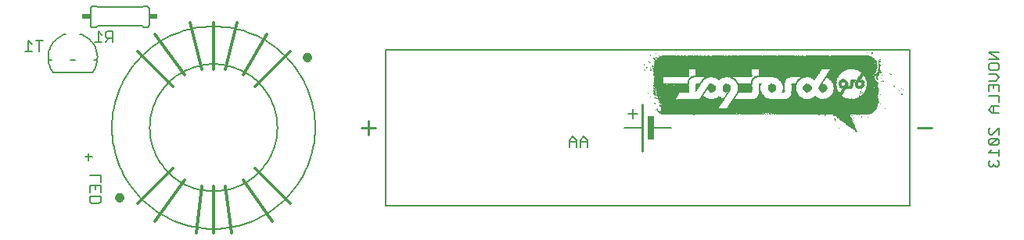
<source format=gbo>
G75*
G70*
%OFA0B0*%
%FSLAX24Y24*%
%IPPOS*%
%LPD*%
%AMOC8*
5,1,8,0,0,1.08239X$1,22.5*
%
%ADD10R,0.0033X0.0017*%
%ADD11R,0.0050X0.0017*%
%ADD12R,0.0050X0.0017*%
%ADD13R,0.0067X0.0017*%
%ADD14R,0.0084X0.0017*%
%ADD15R,0.0117X0.0017*%
%ADD16R,0.0133X0.0017*%
%ADD17R,0.0150X0.0017*%
%ADD18R,0.0150X0.0017*%
%ADD19R,0.0167X0.0017*%
%ADD20R,0.0016X0.0017*%
%ADD21R,0.0217X0.0017*%
%ADD22R,0.0217X0.0017*%
%ADD23R,0.0233X0.0017*%
%ADD24R,0.0250X0.0017*%
%ADD25R,0.0250X0.0017*%
%ADD26R,0.0316X0.0017*%
%ADD27R,0.0317X0.0017*%
%ADD28R,0.0350X0.0017*%
%ADD29R,0.0383X0.0017*%
%ADD30R,0.0400X0.0017*%
%ADD31R,0.0417X0.0017*%
%ADD32R,0.0417X0.0017*%
%ADD33R,0.0433X0.0017*%
%ADD34R,0.0017X0.0017*%
%ADD35R,0.0450X0.0017*%
%ADD36R,0.0017X0.0017*%
%ADD37R,0.0483X0.0017*%
%ADD38R,0.0016X0.0017*%
%ADD39R,0.0500X0.0017*%
%ADD40R,0.0516X0.0017*%
%ADD41R,0.0517X0.0017*%
%ADD42R,0.0533X0.0017*%
%ADD43R,0.0583X0.0017*%
%ADD44R,0.0583X0.0017*%
%ADD45R,0.0600X0.0017*%
%ADD46R,0.0616X0.0017*%
%ADD47R,0.0617X0.0017*%
%ADD48R,0.0034X0.0017*%
%ADD49R,0.0633X0.0017*%
%ADD50R,0.0717X0.0017*%
%ADD51R,0.0716X0.0017*%
%ADD52R,0.0733X0.0017*%
%ADD53R,0.0084X0.0017*%
%ADD54R,0.1683X0.0017*%
%ADD55R,0.0850X0.0017*%
%ADD56R,0.1184X0.0017*%
%ADD57R,0.0083X0.0017*%
%ADD58R,0.0066X0.0017*%
%ADD59R,0.0117X0.0017*%
%ADD60R,0.0100X0.0017*%
%ADD61R,0.0116X0.0017*%
%ADD62R,0.1266X0.0017*%
%ADD63R,0.1417X0.0017*%
%ADD64R,0.1750X0.0017*%
%ADD65R,0.0517X0.0017*%
%ADD66R,0.1483X0.0017*%
%ADD67R,0.0183X0.0017*%
%ADD68R,0.2716X0.0017*%
%ADD69R,0.3816X0.0017*%
%ADD70R,0.0033X0.0017*%
%ADD71R,0.0317X0.0017*%
%ADD72R,0.0167X0.0017*%
%ADD73R,0.3083X0.0017*%
%ADD74R,0.4167X0.0017*%
%ADD75R,0.0034X0.0017*%
%ADD76R,0.0383X0.0017*%
%ADD77R,0.0216X0.0017*%
%ADD78R,0.2750X0.0017*%
%ADD79R,0.4283X0.0017*%
%ADD80R,0.0184X0.0017*%
%ADD81R,0.1116X0.0017*%
%ADD82R,0.1950X0.0017*%
%ADD83R,0.2117X0.0017*%
%ADD84R,0.0184X0.0017*%
%ADD85R,0.0083X0.0017*%
%ADD86R,0.1650X0.0017*%
%ADD87R,0.2650X0.0017*%
%ADD88R,0.1250X0.0017*%
%ADD89R,0.3083X0.0017*%
%ADD90R,0.4633X0.0017*%
%ADD91R,0.4250X0.0017*%
%ADD92R,0.4484X0.0017*%
%ADD93R,0.4584X0.0017*%
%ADD94R,0.9116X0.0017*%
%ADD95R,0.9117X0.0017*%
%ADD96R,0.9117X0.0017*%
%ADD97R,0.9150X0.0017*%
%ADD98R,0.6333X0.0017*%
%ADD99R,0.2767X0.0017*%
%ADD100R,0.6367X0.0017*%
%ADD101R,0.2517X0.0017*%
%ADD102R,0.6617X0.0017*%
%ADD103R,0.2517X0.0017*%
%ADD104R,0.6384X0.0017*%
%ADD105R,0.2466X0.0017*%
%ADD106R,0.2366X0.0017*%
%ADD107R,0.6366X0.0017*%
%ADD108R,0.2467X0.0017*%
%ADD109R,0.6350X0.0017*%
%ADD110R,0.2383X0.0017*%
%ADD111R,0.6383X0.0017*%
%ADD112R,0.2467X0.0017*%
%ADD113R,0.2400X0.0017*%
%ADD114R,0.2417X0.0017*%
%ADD115R,0.6333X0.0017*%
%ADD116R,0.1567X0.0017*%
%ADD117R,0.0817X0.0017*%
%ADD118R,0.2500X0.0017*%
%ADD119R,0.6334X0.0017*%
%ADD120R,0.6317X0.0017*%
%ADD121R,0.2533X0.0017*%
%ADD122R,0.6317X0.0017*%
%ADD123R,0.2550X0.0017*%
%ADD124R,0.6300X0.0017*%
%ADD125R,0.1817X0.0017*%
%ADD126R,0.0783X0.0017*%
%ADD127R,0.6284X0.0017*%
%ADD128R,0.2583X0.0017*%
%ADD129R,0.6284X0.0017*%
%ADD130R,0.2600X0.0017*%
%ADD131R,0.6267X0.0017*%
%ADD132R,0.2583X0.0017*%
%ADD133R,0.6267X0.0017*%
%ADD134R,0.2683X0.0017*%
%ADD135R,0.6250X0.0017*%
%ADD136R,0.2617X0.0017*%
%ADD137R,0.6217X0.0017*%
%ADD138R,0.6200X0.0017*%
%ADD139R,0.2750X0.0017*%
%ADD140R,0.6200X0.0017*%
%ADD141R,0.2717X0.0017*%
%ADD142R,0.6183X0.0017*%
%ADD143R,0.1984X0.0017*%
%ADD144R,0.0716X0.0017*%
%ADD145R,0.1017X0.0017*%
%ADD146R,0.1050X0.0017*%
%ADD147R,0.0784X0.0017*%
%ADD148R,0.0650X0.0017*%
%ADD149R,0.0483X0.0017*%
%ADD150R,0.0950X0.0017*%
%ADD151R,0.0916X0.0017*%
%ADD152R,0.0700X0.0017*%
%ADD153R,0.0584X0.0017*%
%ADD154R,0.0734X0.0017*%
%ADD155R,0.0884X0.0017*%
%ADD156R,0.0816X0.0017*%
%ADD157R,0.0283X0.0017*%
%ADD158R,0.0617X0.0017*%
%ADD159R,0.0684X0.0017*%
%ADD160R,0.0750X0.0017*%
%ADD161R,0.0283X0.0017*%
%ADD162R,0.0683X0.0017*%
%ADD163R,0.0800X0.0017*%
%ADD164R,0.0783X0.0017*%
%ADD165R,0.0350X0.0017*%
%ADD166R,0.0133X0.0017*%
%ADD167R,0.0200X0.0017*%
%ADD168R,0.0734X0.0017*%
%ADD169R,0.0767X0.0017*%
%ADD170R,0.0434X0.0017*%
%ADD171R,0.0300X0.0017*%
%ADD172R,0.0550X0.0017*%
%ADD173R,0.0134X0.0017*%
%ADD174R,0.0766X0.0017*%
%ADD175R,0.0700X0.0017*%
%ADD176R,0.0234X0.0017*%
%ADD177R,0.0066X0.0017*%
%ADD178R,0.0850X0.0017*%
%ADD179R,0.0883X0.0017*%
%ADD180R,0.0684X0.0017*%
%ADD181R,0.0200X0.0017*%
%ADD182R,0.0917X0.0017*%
%ADD183R,0.0650X0.0017*%
%ADD184R,0.0450X0.0017*%
%ADD185R,0.0067X0.0017*%
%ADD186R,0.0917X0.0017*%
%ADD187R,0.0284X0.0017*%
%ADD188R,0.0634X0.0017*%
%ADD189R,0.0267X0.0017*%
%ADD190R,0.0433X0.0017*%
%ADD191R,0.0267X0.0017*%
%ADD192R,0.0950X0.0017*%
%ADD193R,0.1350X0.0017*%
%ADD194R,0.0567X0.0017*%
%ADD195R,0.0166X0.0017*%
%ADD196R,0.0234X0.0017*%
%ADD197R,0.1367X0.0017*%
%ADD198R,0.1384X0.0017*%
%ADD199R,0.0216X0.0017*%
%ADD200R,0.0100X0.0017*%
%ADD201R,0.0634X0.0017*%
%ADD202R,0.1383X0.0017*%
%ADD203R,0.0534X0.0017*%
%ADD204R,0.0266X0.0017*%
%ADD205R,0.1400X0.0017*%
%ADD206R,0.0166X0.0017*%
%ADD207R,0.1384X0.0017*%
%ADD208R,0.0333X0.0017*%
%ADD209R,0.1416X0.0017*%
%ADD210R,0.0316X0.0017*%
%ADD211R,0.0367X0.0017*%
%ADD212R,0.0366X0.0017*%
%ADD213R,0.0500X0.0017*%
%ADD214R,0.0600X0.0017*%
%ADD215R,0.1416X0.0017*%
%ADD216R,0.0384X0.0017*%
%ADD217R,0.0484X0.0017*%
%ADD218R,0.0933X0.0017*%
%ADD219R,0.0333X0.0017*%
%ADD220R,0.0266X0.0017*%
%ADD221R,0.0384X0.0017*%
%ADD222R,0.0367X0.0017*%
%ADD223R,0.0366X0.0017*%
%ADD224R,0.0400X0.0017*%
%ADD225R,0.0900X0.0017*%
%ADD226R,0.0334X0.0017*%
%ADD227R,0.0884X0.0017*%
%ADD228R,0.0334X0.0017*%
%ADD229R,0.0183X0.0017*%
%ADD230R,0.0667X0.0017*%
%ADD231R,0.0833X0.0017*%
%ADD232R,0.0467X0.0017*%
%ADD233R,0.0284X0.0017*%
%ADD234R,0.0300X0.0017*%
%ADD235R,0.0467X0.0017*%
%ADD236R,0.0550X0.0017*%
%ADD237R,0.1484X0.0017*%
%ADD238R,0.0233X0.0017*%
%ADD239R,0.0416X0.0017*%
%ADD240R,0.2683X0.0017*%
%ADD241R,0.1450X0.0017*%
%ADD242R,0.2633X0.0017*%
%ADD243R,0.1467X0.0017*%
%ADD244R,0.2600X0.0017*%
%ADD245R,0.1484X0.0017*%
%ADD246R,0.2434X0.0017*%
%ADD247R,0.2400X0.0017*%
%ADD248R,0.1516X0.0017*%
%ADD249R,0.0566X0.0017*%
%ADD250R,0.1500X0.0017*%
%ADD251R,0.1466X0.0017*%
%ADD252R,0.2550X0.0017*%
%ADD253R,0.2417X0.0017*%
%ADD254R,0.1500X0.0017*%
%ADD255R,0.2567X0.0017*%
%ADD256R,0.1516X0.0017*%
%ADD257R,0.0584X0.0017*%
%ADD258R,0.0683X0.0017*%
%ADD259R,0.2617X0.0017*%
%ADD260R,0.2650X0.0017*%
%ADD261R,0.2667X0.0017*%
%ADD262R,0.1450X0.0017*%
%ADD263R,0.0816X0.0017*%
%ADD264R,0.2667X0.0017*%
%ADD265R,0.0784X0.0017*%
%ADD266R,0.2717X0.0017*%
%ADD267R,0.2450X0.0017*%
%ADD268R,0.1550X0.0017*%
%ADD269R,0.9300X0.0017*%
%ADD270R,0.9317X0.0017*%
%ADD271R,0.9283X0.0017*%
%ADD272R,0.9533X0.0017*%
%ADD273R,0.9483X0.0017*%
%ADD274R,0.9550X0.0017*%
%ADD275R,0.8983X0.0017*%
%ADD276R,0.9517X0.0017*%
%ADD277R,0.9267X0.0017*%
%ADD278R,0.9350X0.0017*%
%ADD279R,0.9367X0.0017*%
%ADD280R,0.9384X0.0017*%
%ADD281R,0.9384X0.0017*%
%ADD282R,0.0516X0.0017*%
%ADD283R,0.8817X0.0017*%
%ADD284R,0.8817X0.0017*%
%ADD285R,0.9450X0.0017*%
%ADD286R,0.8584X0.0017*%
%ADD287R,0.8667X0.0017*%
%ADD288R,0.8584X0.0017*%
%ADD289R,0.0616X0.0017*%
%ADD290R,0.8650X0.0017*%
%ADD291R,0.8950X0.0017*%
%ADD292R,0.9283X0.0017*%
%ADD293R,0.9217X0.0017*%
%ADD294R,0.9183X0.0017*%
%ADD295R,0.3184X0.0017*%
%ADD296R,0.5950X0.0017*%
%ADD297R,0.2584X0.0017*%
%ADD298R,0.6184X0.0017*%
%ADD299R,0.2484X0.0017*%
%ADD300R,0.5183X0.0017*%
%ADD301R,0.1716X0.0017*%
%ADD302R,0.1383X0.0017*%
%ADD303R,0.5750X0.0017*%
%ADD304R,0.1083X0.0017*%
%ADD305R,0.2984X0.0017*%
%ADD306R,0.0717X0.0017*%
%ADD307R,0.1150X0.0017*%
%ADD308R,0.0966X0.0017*%
%ADD309R,0.0984X0.0017*%
%ADD310C,0.0070*%
%ADD311C,0.0050*%
%ADD312C,0.0197*%
%ADD313C,0.0120*%
%ADD314C,0.0060*%
%ADD315R,0.0340X0.0240*%
%ADD316C,0.0100*%
%ADD317R,0.0250X0.1000*%
D10*
X028872Y009065D03*
X028822Y009265D03*
X028772Y009265D03*
X028772Y009315D03*
X028672Y009265D03*
X028622Y009281D03*
X028589Y009615D03*
X031822Y008565D03*
X032139Y008581D03*
X032589Y008581D03*
X033222Y008565D03*
X033339Y008565D03*
X033639Y008565D03*
X035639Y008531D03*
X037439Y008465D03*
X037222Y007815D03*
X037389Y009531D03*
X038172Y010515D03*
X038089Y010581D03*
X037889Y011131D03*
X034839Y011065D03*
X029572Y011065D03*
X028389Y010815D03*
D11*
X028430Y010765D03*
X028530Y010631D03*
X028280Y010565D03*
X028447Y010465D03*
X030063Y010015D03*
X030063Y009981D03*
X030047Y009931D03*
X030047Y009915D03*
X030047Y009881D03*
X030563Y009881D03*
X030663Y010015D03*
X030780Y009565D03*
X030730Y009481D03*
X030713Y009465D03*
X030680Y009415D03*
X030663Y009381D03*
X030380Y009565D03*
X030397Y009615D03*
X031363Y009315D03*
X031597Y009281D03*
X031630Y009315D03*
X031663Y009381D03*
X031697Y009415D03*
X031730Y009481D03*
X032030Y009281D03*
X032130Y009915D03*
X032063Y010015D03*
X032730Y009881D03*
X032747Y009931D03*
X032747Y009965D03*
X032763Y009981D03*
X034663Y009915D03*
X035730Y009881D03*
X035797Y009981D03*
X035863Y010081D03*
X037363Y010881D03*
X037597Y011015D03*
X037830Y011015D03*
X037880Y011165D03*
X037897Y011181D03*
X038197Y010715D03*
X038197Y010681D03*
X038197Y010631D03*
X038197Y010615D03*
X038197Y010581D03*
X038180Y010531D03*
X038263Y010381D03*
X037997Y010515D03*
X037930Y010515D03*
X037980Y010265D03*
X037980Y010231D03*
X038097Y010115D03*
X038097Y010081D03*
X038113Y010065D03*
X038363Y009981D03*
X038680Y010265D03*
X037913Y009731D03*
X039163Y009415D03*
X038163Y009081D03*
X036313Y008331D03*
X037213Y007831D03*
X033963Y008581D03*
X033897Y008581D03*
X033830Y008581D03*
X033513Y008565D03*
X033313Y008665D03*
X033147Y008565D03*
X033130Y008581D03*
X032847Y008565D03*
X032663Y008581D03*
X032580Y008565D03*
X032513Y008565D03*
X032197Y008581D03*
X032030Y008615D03*
X028863Y009081D03*
X028863Y009115D03*
X028680Y009231D03*
X028613Y009265D03*
X028630Y009415D03*
X028613Y009531D03*
X028830Y008681D03*
X035447Y009331D03*
X034897Y011015D03*
X036147Y011065D03*
X031747Y011065D03*
X030880Y011065D03*
X030547Y011065D03*
X030380Y011065D03*
X030313Y011065D03*
X029747Y011065D03*
X028697Y010981D03*
D12*
X028597Y010948D03*
X028463Y010448D03*
X030047Y009898D03*
X030380Y009598D03*
X030697Y009448D03*
X030763Y009548D03*
X031613Y009298D03*
X031680Y009398D03*
X031747Y009498D03*
X032130Y009448D03*
X032063Y009348D03*
X031997Y009248D03*
X031363Y010048D03*
X032747Y009948D03*
X035430Y010048D03*
X035763Y009948D03*
X037980Y010198D03*
X038263Y010348D03*
X038197Y010448D03*
X038197Y010598D03*
X038197Y010698D03*
X038063Y010748D03*
X037363Y010848D03*
X034830Y011048D03*
X034763Y011048D03*
X030797Y011048D03*
X029113Y009698D03*
X028647Y009598D03*
X028597Y009548D03*
X028630Y009448D03*
X028647Y009398D03*
X028780Y009298D03*
X028963Y008948D03*
X028747Y008698D03*
X028830Y008648D03*
X028913Y008598D03*
X033280Y008598D03*
X033297Y008648D03*
X035630Y008548D03*
X036280Y008498D03*
X037197Y007848D03*
D13*
X037189Y007865D03*
X035889Y008531D03*
X033272Y008681D03*
X031739Y008565D03*
X031639Y009331D03*
X032089Y009381D03*
X032139Y009465D03*
X033089Y009681D03*
X033089Y009715D03*
X032739Y009915D03*
X032772Y010015D03*
X032772Y010031D03*
X032122Y009931D03*
X032089Y009981D03*
X030789Y009581D03*
X030589Y009915D03*
X030639Y009981D03*
X028622Y009631D03*
X028922Y008881D03*
X034672Y009931D03*
X035789Y009965D03*
X035822Y010015D03*
X035889Y010115D03*
X037439Y010031D03*
X038189Y010481D03*
X038189Y010565D03*
X028622Y010915D03*
X028589Y010965D03*
D14*
X030080Y010031D03*
X030630Y009965D03*
X031730Y009465D03*
X032080Y009365D03*
X032130Y009431D03*
X031980Y009215D03*
X032930Y008565D03*
X034130Y009631D03*
X034130Y009665D03*
X034130Y009731D03*
X035430Y010065D03*
X035830Y010031D03*
X035730Y009865D03*
X038180Y010381D03*
X038180Y010415D03*
X034980Y011015D03*
X028630Y009465D03*
X028630Y009431D03*
X028880Y008615D03*
X037180Y007881D03*
D15*
X037147Y007898D03*
X035447Y009298D03*
X036314Y009698D03*
X036297Y009748D03*
X036797Y009848D03*
X037014Y009898D03*
X037014Y009798D03*
X037447Y009998D03*
X037497Y009848D03*
X038097Y010248D03*
X037647Y010998D03*
X033597Y009848D03*
X033114Y009498D03*
X032897Y010148D03*
X030747Y010098D03*
X030414Y009698D03*
D16*
X033122Y009481D03*
X033122Y009465D03*
X034089Y009915D03*
X036289Y009865D03*
X036289Y009831D03*
X036322Y009681D03*
X036322Y009665D03*
X036522Y009881D03*
X036789Y009815D03*
X037222Y009815D03*
X037222Y009831D03*
X037222Y009881D03*
X037489Y009815D03*
X037139Y007915D03*
D17*
X037130Y007931D03*
X033530Y008665D03*
X032480Y008581D03*
X030647Y009315D03*
X030430Y009731D03*
X030447Y009781D03*
X031897Y010131D03*
X033130Y009431D03*
X034897Y010131D03*
X036280Y009881D03*
X036530Y009915D03*
X036547Y009781D03*
X036563Y009731D03*
X036697Y009665D03*
X036713Y009681D03*
X036730Y009715D03*
X036763Y009765D03*
X036780Y009781D03*
X036797Y009831D03*
X036780Y009915D03*
X037230Y009931D03*
X037263Y009965D03*
X037280Y009981D03*
X037280Y010015D03*
X037297Y010031D03*
X037330Y010065D03*
X037347Y010081D03*
X037363Y010131D03*
X037413Y010215D03*
X037430Y010231D03*
X037447Y009981D03*
X037480Y009915D03*
X037497Y009865D03*
X037497Y009831D03*
X037363Y009665D03*
X038030Y009731D03*
X038047Y009715D03*
X038047Y009581D03*
X036663Y009615D03*
X036647Y009581D03*
X036630Y009565D03*
X036580Y009481D03*
X036330Y009631D03*
X035447Y009281D03*
X038030Y010665D03*
X031963Y011065D03*
X028863Y008631D03*
D18*
X030447Y009748D03*
X031047Y009848D03*
X030847Y010148D03*
X030213Y010148D03*
X031680Y009848D03*
X031880Y010148D03*
X034080Y009948D03*
X034097Y009898D03*
X035113Y009848D03*
X036297Y009798D03*
X036313Y009648D03*
X036530Y009798D03*
X036680Y009648D03*
X036747Y009748D03*
X036797Y009898D03*
X036647Y010048D03*
X037230Y009898D03*
X037247Y009948D03*
X037313Y010048D03*
X037380Y010148D03*
X037447Y010248D03*
X038130Y010298D03*
X037497Y009898D03*
X037230Y009798D03*
X036613Y009548D03*
X038030Y009498D03*
X038047Y009698D03*
X038047Y009748D03*
X037513Y010848D03*
X036180Y011048D03*
X034080Y011048D03*
X033913Y011048D03*
X033413Y008648D03*
X037113Y007948D03*
D19*
X037089Y007965D03*
X037089Y007981D03*
X036322Y009615D03*
X036739Y009731D03*
X036272Y009915D03*
X037389Y010165D03*
X037472Y009931D03*
X038039Y009631D03*
X034089Y009931D03*
X030439Y009765D03*
D20*
X030380Y009581D03*
X030980Y009515D03*
X031080Y009515D03*
X031680Y009515D03*
X031030Y009865D03*
X029180Y009815D03*
X028580Y009915D03*
X028580Y009581D03*
X028630Y009565D03*
X028680Y009281D03*
X028780Y009281D03*
X028830Y009065D03*
X028880Y009015D03*
X028630Y009031D03*
X028780Y008681D03*
X032080Y008615D03*
X032080Y008581D03*
X032180Y008615D03*
X032230Y008565D03*
X032430Y008565D03*
X033580Y008581D03*
X033630Y008665D03*
X035880Y008515D03*
X036330Y008365D03*
X036480Y007981D03*
X037730Y008431D03*
X037080Y009215D03*
X037030Y009231D03*
X037430Y009465D03*
X037480Y009481D03*
X037430Y009531D03*
X036930Y009665D03*
X036830Y009665D03*
X036580Y009681D03*
X037130Y009931D03*
X036630Y010065D03*
X037180Y010481D03*
X037330Y010865D03*
X037780Y011015D03*
X037580Y011081D03*
X037480Y011081D03*
X037380Y011081D03*
X037280Y011081D03*
X036380Y011081D03*
X036280Y011081D03*
X036180Y011081D03*
X036030Y011065D03*
X035580Y011081D03*
X035180Y011081D03*
X034280Y011081D03*
X033980Y011081D03*
X032130Y011065D03*
X031830Y011065D03*
X030630Y011065D03*
X030230Y011065D03*
X030130Y011065D03*
X029930Y011065D03*
X029830Y011065D03*
X029630Y011065D03*
X029530Y011065D03*
X028830Y011065D03*
X028680Y011181D03*
X028580Y010981D03*
X028180Y010681D03*
X028580Y010281D03*
X033580Y009515D03*
X033630Y009865D03*
X035080Y009515D03*
X035780Y009515D03*
X035130Y009865D03*
X035430Y010031D03*
X037980Y010281D03*
X038030Y010331D03*
X038080Y010315D03*
X038180Y010281D03*
X038330Y010231D03*
X038680Y010281D03*
X038830Y009765D03*
D21*
X037064Y009998D03*
X035114Y009548D03*
X034547Y009548D03*
X034547Y009798D03*
X033614Y009548D03*
X031364Y010098D03*
X031047Y009548D03*
X033897Y008598D03*
X037064Y007998D03*
D22*
X037047Y008015D03*
X034547Y009565D03*
X034547Y009581D03*
X034547Y009781D03*
X034547Y009815D03*
X034564Y009865D03*
X036247Y009981D03*
X036264Y009965D03*
X036664Y010031D03*
X037097Y010031D03*
X036964Y009731D03*
X036947Y009715D03*
X031697Y009831D03*
X031697Y009531D03*
X031364Y009265D03*
X030464Y009831D03*
X029314Y009815D03*
D23*
X030472Y009865D03*
X035122Y009815D03*
X035772Y009831D03*
X036339Y009515D03*
X037039Y008031D03*
D24*
X037030Y008048D03*
X032713Y008598D03*
X032247Y008598D03*
X031547Y008798D03*
X031363Y009248D03*
X031697Y009548D03*
X036247Y009998D03*
X036347Y009498D03*
D25*
X035780Y009565D03*
X035113Y009565D03*
X035447Y009265D03*
X034563Y009481D03*
X033597Y009815D03*
X034063Y010015D03*
X035380Y010131D03*
X035780Y009815D03*
X036663Y010015D03*
X034730Y011015D03*
X031697Y009815D03*
X031363Y010115D03*
X031030Y009815D03*
X033147Y009365D03*
X032963Y008581D03*
X031980Y008631D03*
X036997Y008081D03*
X037013Y008065D03*
D26*
X036980Y008098D03*
X036930Y008148D03*
X034580Y009398D03*
X035780Y009598D03*
X036230Y010048D03*
X031680Y009598D03*
D27*
X031697Y009615D03*
X031697Y009781D03*
X033614Y009765D03*
X034597Y009381D03*
X035114Y009765D03*
X037797Y009715D03*
X036947Y008131D03*
X036964Y008115D03*
X029264Y009781D03*
D28*
X031030Y009731D03*
X031680Y009715D03*
X031697Y009731D03*
X031680Y009681D03*
X031697Y009665D03*
X031697Y009631D03*
X031363Y010131D03*
X033613Y009731D03*
X033613Y009715D03*
X033613Y009681D03*
X033613Y009615D03*
X034597Y009365D03*
X035113Y009681D03*
X035113Y009715D03*
X035780Y009715D03*
X035780Y009731D03*
X035780Y009681D03*
X035780Y009631D03*
X036213Y010081D03*
X036230Y010065D03*
X037780Y010115D03*
X037780Y009581D03*
X034063Y010065D03*
X032380Y008615D03*
X036913Y008181D03*
X036930Y008165D03*
D29*
X036897Y008198D03*
X034597Y009348D03*
X037747Y009498D03*
X037747Y010198D03*
D30*
X037772Y010165D03*
X036872Y008215D03*
X031022Y009681D03*
X028772Y009931D03*
X028772Y009981D03*
X028772Y010015D03*
D31*
X030997Y009631D03*
X031014Y009665D03*
X033164Y009265D03*
X034597Y009331D03*
X036864Y008231D03*
X037864Y009965D03*
X037847Y009981D03*
D32*
X036197Y010098D03*
X031014Y009648D03*
X036847Y008248D03*
D33*
X036839Y008265D03*
X036189Y010115D03*
D34*
X036664Y010065D03*
X036697Y010065D03*
X037097Y009931D03*
X036914Y009781D03*
X036897Y009665D03*
X036864Y009665D03*
X036964Y009665D03*
X037014Y009681D03*
X036647Y009781D03*
X036597Y009665D03*
X035814Y009515D03*
X035747Y009515D03*
X035147Y009515D03*
X035114Y009515D03*
X035097Y009865D03*
X035797Y009865D03*
X035897Y009231D03*
X035214Y009215D03*
X035047Y009215D03*
X033647Y009515D03*
X033614Y009515D03*
X033597Y009865D03*
X033014Y010215D03*
X031697Y009865D03*
X031664Y009865D03*
X031364Y010031D03*
X031564Y010131D03*
X031164Y010131D03*
X030897Y010131D03*
X030997Y009865D03*
X031064Y009865D03*
X031047Y009515D03*
X031014Y009515D03*
X030364Y009531D03*
X031364Y009331D03*
X031647Y009515D03*
X033514Y009215D03*
X033514Y008615D03*
X033547Y008615D03*
X033547Y008581D03*
X033564Y008565D03*
X033647Y008581D03*
X033714Y008581D03*
X033764Y008565D03*
X033964Y008565D03*
X033464Y008565D03*
X033414Y008615D03*
X033347Y008581D03*
X033314Y008615D03*
X033297Y008565D03*
X033247Y008581D03*
X032664Y008565D03*
X032397Y008565D03*
X032147Y008615D03*
X031914Y008581D03*
X031897Y008565D03*
X031864Y008565D03*
X031847Y008615D03*
X029514Y009215D03*
X028864Y008965D03*
X028847Y008915D03*
X028764Y008731D03*
X028747Y008715D03*
X028814Y008715D03*
X028914Y008581D03*
X028947Y008581D03*
X028964Y008565D03*
X028647Y009015D03*
X028664Y009031D03*
X028764Y009231D03*
X028814Y009281D03*
X028764Y009331D03*
X028697Y009331D03*
X028647Y009381D03*
X028697Y009465D03*
X028647Y009581D03*
X028614Y009581D03*
X028597Y009565D03*
X028647Y009615D03*
X028364Y009465D03*
X029114Y009681D03*
X028197Y010465D03*
X028297Y010531D03*
X028464Y010531D03*
X028547Y010615D03*
X028614Y010815D03*
X028647Y010881D03*
X028397Y010831D03*
X028447Y011081D03*
X028697Y011165D03*
X028947Y011081D03*
X029497Y011065D03*
X029664Y011065D03*
X029697Y011065D03*
X029797Y011065D03*
X029897Y011065D03*
X029964Y011065D03*
X030064Y011065D03*
X030097Y011065D03*
X030164Y011065D03*
X030197Y011065D03*
X030264Y011065D03*
X030464Y011065D03*
X030497Y011065D03*
X030697Y011065D03*
X030747Y011081D03*
X030964Y011065D03*
X031864Y011065D03*
X032064Y011065D03*
X032097Y011065D03*
X032164Y011065D03*
X032314Y011081D03*
X032414Y011081D03*
X033197Y011065D03*
X033947Y011081D03*
X034247Y011081D03*
X034597Y011065D03*
X034697Y011065D03*
X034764Y011065D03*
X034797Y011065D03*
X035214Y011081D03*
X035247Y011081D03*
X035514Y011081D03*
X035547Y011081D03*
X036064Y011065D03*
X036247Y011081D03*
X036347Y011081D03*
X037214Y011081D03*
X037247Y011081D03*
X037314Y011081D03*
X037347Y011081D03*
X037414Y011081D03*
X037447Y011081D03*
X037514Y011081D03*
X037547Y011081D03*
X037547Y011015D03*
X037614Y011081D03*
X037647Y011081D03*
X037647Y011015D03*
X037764Y011065D03*
X037864Y011031D03*
X038047Y010881D03*
X038197Y010865D03*
X038197Y010831D03*
X038197Y010765D03*
X038197Y010731D03*
X038214Y010915D03*
X037914Y011215D03*
X037414Y010881D03*
X037397Y010865D03*
X037364Y010865D03*
X036797Y010465D03*
X037364Y009931D03*
X038097Y009965D03*
X038297Y009965D03*
X038164Y009681D03*
X038164Y009665D03*
X038164Y009631D03*
X038147Y009581D03*
X038164Y009531D03*
X038164Y009515D03*
X038164Y009465D03*
X038164Y009231D03*
X038164Y009181D03*
X038164Y009165D03*
X038164Y009131D03*
X038164Y009065D03*
X038164Y009031D03*
X036897Y009231D03*
X036864Y009231D03*
X037364Y009365D03*
X037397Y009431D03*
X037414Y009515D03*
X037497Y009465D03*
X038864Y009765D03*
X039047Y009581D03*
X039164Y009665D03*
X038264Y010331D03*
X038064Y010365D03*
X037764Y008565D03*
X037364Y008531D03*
X037014Y008515D03*
X036364Y008265D03*
X036314Y008315D03*
X036297Y008365D03*
D35*
X036830Y008281D03*
X035463Y009215D03*
X036363Y009381D03*
X036397Y009415D03*
X036413Y009431D03*
X036413Y009465D03*
X037880Y009765D03*
X037880Y009831D03*
X037880Y009915D03*
X037880Y009931D03*
X031380Y009231D03*
X030730Y009215D03*
X028930Y009481D03*
D36*
X028597Y009598D03*
X028597Y009698D03*
X028464Y009298D03*
X028797Y009198D03*
X028847Y008948D03*
X028914Y008848D03*
X028947Y008848D03*
X028764Y008798D03*
X028697Y008748D03*
X028864Y008598D03*
X028914Y008648D03*
X030314Y008548D03*
X029564Y009198D03*
X031214Y009248D03*
X031514Y009248D03*
X032764Y009498D03*
X031614Y010148D03*
X031114Y010148D03*
X030947Y010148D03*
X030747Y010148D03*
X030297Y010498D03*
X030264Y010498D03*
X030197Y010498D03*
X030164Y010498D03*
X028697Y010998D03*
X028397Y010798D03*
X028514Y010648D03*
X028547Y010548D03*
X028214Y010448D03*
X028197Y010698D03*
X030747Y011048D03*
X032797Y010498D03*
X032864Y010498D03*
X032897Y010498D03*
X032964Y010498D03*
X032997Y010498D03*
X035047Y010148D03*
X035214Y010148D03*
X035797Y010498D03*
X035864Y010498D03*
X035897Y010498D03*
X035964Y010498D03*
X035997Y010498D03*
X037064Y010498D03*
X037447Y010748D03*
X037414Y010848D03*
X037814Y011048D03*
X037697Y011198D03*
X038197Y010798D03*
X038197Y010748D03*
X038147Y010448D03*
X038114Y010348D03*
X038197Y010248D03*
X038264Y010398D03*
X038664Y010298D03*
X038297Y010098D03*
X038364Y009998D03*
X038164Y009898D03*
X038114Y010048D03*
X037997Y010098D03*
X037147Y010048D03*
X037114Y010048D03*
X037047Y010048D03*
X038164Y009698D03*
X038164Y009598D03*
X038164Y009548D03*
X038164Y009498D03*
X038164Y009398D03*
X038264Y009398D03*
X038164Y009298D03*
X038164Y009198D03*
X038164Y009148D03*
X038164Y009098D03*
X038164Y009048D03*
X038264Y008998D03*
X038464Y008798D03*
X037714Y008448D03*
X037447Y008448D03*
X037247Y008548D03*
X037097Y008298D03*
X036314Y008348D03*
X033664Y008598D03*
X037347Y009348D03*
X037497Y009498D03*
X037464Y009598D03*
X038847Y009748D03*
X039147Y009448D03*
D37*
X036364Y009348D03*
X034597Y009298D03*
X036797Y008298D03*
D38*
X037130Y008398D03*
X036330Y008298D03*
X033330Y008598D03*
X033230Y008598D03*
X030280Y008548D03*
X028880Y008948D03*
X028830Y008698D03*
X028780Y009248D03*
X028580Y009448D03*
X030230Y010198D03*
X030230Y010498D03*
X030130Y010498D03*
X028580Y010448D03*
X028530Y010598D03*
X028880Y011048D03*
X031780Y010148D03*
X032830Y010498D03*
X032930Y010498D03*
X033030Y010498D03*
X032930Y010198D03*
X032980Y010148D03*
X033680Y009848D03*
X034380Y010148D03*
X035830Y010498D03*
X035930Y010498D03*
X036030Y010498D03*
X036930Y010498D03*
X037980Y010248D03*
X038080Y009948D03*
X038130Y009898D03*
X037930Y009598D03*
X037180Y010048D03*
X037080Y010048D03*
X039230Y009598D03*
X038080Y010848D03*
X037880Y011148D03*
X034980Y011048D03*
D39*
X037905Y009881D03*
X037872Y009665D03*
X034605Y009281D03*
X036788Y008315D03*
X029422Y009481D03*
D40*
X028830Y009681D03*
X028830Y009781D03*
X036780Y008331D03*
X037830Y010615D03*
D41*
X033164Y009248D03*
X036764Y008348D03*
D42*
X036739Y008365D03*
X036739Y008381D03*
X036189Y010215D03*
D43*
X036247Y010298D03*
X036297Y010348D03*
X036714Y008398D03*
D44*
X036697Y008415D03*
X036364Y009315D03*
X034614Y009265D03*
X034047Y010131D03*
X036264Y010315D03*
X036314Y010365D03*
X037714Y010331D03*
X028864Y009815D03*
D45*
X032455Y009781D03*
X032472Y009715D03*
X032472Y009681D03*
X032472Y009615D03*
X036688Y008431D03*
X037822Y009465D03*
D46*
X036680Y008448D03*
X032430Y009498D03*
D47*
X032447Y009515D03*
X032464Y009565D03*
X032464Y009581D03*
X032464Y009631D03*
X032464Y009665D03*
X032464Y009731D03*
X032464Y009765D03*
X032447Y009815D03*
X029764Y009815D03*
X036647Y008481D03*
X036664Y008465D03*
X037747Y010815D03*
D48*
X038205Y010848D03*
X038205Y010898D03*
X038205Y010648D03*
X039155Y009398D03*
X037005Y008498D03*
D49*
X036639Y008498D03*
X036339Y010398D03*
D50*
X036464Y010481D03*
X037697Y010415D03*
X034214Y011065D03*
X037747Y009331D03*
X036597Y008515D03*
X029197Y009281D03*
D51*
X029130Y009215D03*
X036580Y008531D03*
D52*
X036572Y008548D03*
D53*
X035880Y008548D03*
X033730Y008598D03*
X032030Y009298D03*
X031580Y009248D03*
X030730Y009498D03*
X032030Y010048D03*
X032080Y009998D03*
X032830Y010098D03*
X034130Y009698D03*
X034730Y009998D03*
X037280Y010848D03*
X038030Y010498D03*
X030130Y010098D03*
X028630Y009498D03*
X028630Y010898D03*
D54*
X036897Y008565D03*
D55*
X035613Y008565D03*
X037680Y009265D03*
X037630Y010481D03*
D56*
X034580Y008565D03*
D57*
X033864Y008565D03*
X033397Y008665D03*
X031964Y008565D03*
X031997Y009231D03*
X032047Y009315D03*
X032064Y009331D03*
X032114Y009415D03*
X032147Y009481D03*
X031747Y009515D03*
X031697Y009431D03*
X031664Y009365D03*
X031597Y009265D03*
X030814Y009615D03*
X030747Y009515D03*
X030697Y009431D03*
X030664Y009365D03*
X030397Y009631D03*
X030414Y009681D03*
X030597Y009931D03*
X030147Y010115D03*
X030114Y010081D03*
X030097Y010065D03*
X031364Y010065D03*
X032097Y009965D03*
X032797Y010065D03*
X032814Y010081D03*
X032847Y010115D03*
X033097Y009781D03*
X033097Y009765D03*
X033097Y009731D03*
X033097Y009665D03*
X033097Y009631D03*
X033097Y009615D03*
X034114Y009615D03*
X034114Y009581D03*
X034114Y009681D03*
X034114Y009715D03*
X034114Y009765D03*
X034114Y009781D03*
X034114Y009815D03*
X034697Y009965D03*
X034714Y009981D03*
X034747Y010015D03*
X034814Y010081D03*
X035764Y009931D03*
X037447Y010015D03*
X038097Y010131D03*
X038097Y010165D03*
X038097Y010181D03*
X038164Y010365D03*
X038164Y010465D03*
X038047Y010715D03*
X037714Y011015D03*
X035447Y009315D03*
X031664Y011065D03*
X028614Y009515D03*
D58*
X030055Y009965D03*
X030755Y009531D03*
X032005Y009265D03*
X032155Y009881D03*
X034655Y009881D03*
X035755Y009915D03*
X035855Y010065D03*
X038055Y010731D03*
X038255Y010365D03*
X039155Y009431D03*
X033705Y008565D03*
X028705Y008765D03*
X028605Y010931D03*
X030755Y011065D03*
D59*
X030814Y010131D03*
X030797Y010115D03*
X030714Y010065D03*
X030414Y009665D03*
X032014Y010065D03*
X033114Y009865D03*
X034097Y009865D03*
X034097Y009881D03*
X034114Y009565D03*
X034097Y009515D03*
X034747Y010031D03*
X034864Y010115D03*
X036297Y009815D03*
X036297Y009781D03*
X036314Y009731D03*
X036514Y009831D03*
X036514Y009865D03*
X036564Y009715D03*
X036797Y009881D03*
X037014Y009865D03*
X037014Y009831D03*
X036997Y009781D03*
X037014Y009931D03*
X037214Y009865D03*
X037497Y009881D03*
X038097Y010281D03*
X038147Y010331D03*
X034647Y011031D03*
X028914Y008931D03*
X028814Y008665D03*
X029014Y008631D03*
X031997Y008581D03*
X032764Y008581D03*
X033047Y008565D03*
X033547Y008631D03*
D60*
X032755Y008565D03*
X032322Y008565D03*
X033105Y009515D03*
X033105Y009531D03*
X033105Y009565D03*
X033105Y009581D03*
X033105Y009815D03*
X033105Y009831D03*
X034105Y009831D03*
X034105Y009531D03*
X035422Y010081D03*
X037005Y009915D03*
X037005Y009881D03*
X037005Y009815D03*
X038088Y010231D03*
X038105Y010215D03*
X038088Y010265D03*
X038155Y010315D03*
X032055Y010031D03*
X031988Y010081D03*
X030738Y010081D03*
X030672Y010031D03*
X028622Y009481D03*
X028922Y008915D03*
X029005Y008615D03*
D61*
X031930Y008615D03*
X032080Y008565D03*
X032330Y008581D03*
X030430Y009715D03*
X030180Y010131D03*
X031930Y010115D03*
X032880Y010131D03*
X034780Y010065D03*
X036530Y009815D03*
X037230Y009915D03*
X038180Y010431D03*
X038030Y010681D03*
D62*
X031055Y008565D03*
D63*
X029697Y008565D03*
D64*
X036913Y008581D03*
D65*
X035764Y008581D03*
X037864Y009615D03*
X028847Y009665D03*
D66*
X029347Y010215D03*
X034747Y008581D03*
D67*
X035114Y009531D03*
X036547Y009931D03*
X036747Y009931D03*
X037264Y009781D03*
X037364Y009681D03*
X037464Y009781D03*
X037447Y009965D03*
X035397Y010115D03*
X033614Y009531D03*
X031364Y009281D03*
X031047Y009531D03*
X030464Y009815D03*
X029214Y009665D03*
X031797Y008581D03*
D68*
X030330Y008581D03*
X030180Y009131D03*
D69*
X035930Y008598D03*
D70*
X033622Y008598D03*
X033539Y008598D03*
X032089Y008598D03*
X028872Y009048D03*
X028672Y009248D03*
X028272Y010548D03*
X028439Y011098D03*
X028839Y011048D03*
X034889Y011048D03*
X037889Y011198D03*
X038172Y009648D03*
D71*
X037797Y009748D03*
X037747Y009598D03*
X035114Y009598D03*
X034064Y010048D03*
X033614Y009598D03*
X031047Y009598D03*
X030697Y009248D03*
X033014Y008598D03*
D72*
X032472Y008598D03*
X036322Y009598D03*
X036589Y009498D03*
X036722Y009698D03*
X036789Y009798D03*
X036572Y009748D03*
X037289Y009998D03*
X037472Y009798D03*
X038039Y009598D03*
D73*
X030497Y008598D03*
D74*
X035772Y008615D03*
D75*
X037355Y009331D03*
X038155Y009115D03*
X038155Y009565D03*
X038055Y010515D03*
X038205Y010665D03*
X038205Y010815D03*
X034905Y011065D03*
X034655Y011065D03*
X028705Y010965D03*
X028455Y010431D03*
X028805Y009181D03*
X033205Y008681D03*
X033655Y008615D03*
D76*
X032997Y008615D03*
X033164Y009281D03*
X035447Y009231D03*
X037347Y009765D03*
X037797Y010081D03*
X037814Y010065D03*
X037764Y010181D03*
X030714Y009231D03*
D77*
X030680Y009281D03*
X031030Y009831D03*
X032680Y008615D03*
X036330Y009531D03*
X036330Y009565D03*
X037080Y010015D03*
D78*
X030463Y008631D03*
X030447Y008615D03*
D79*
X035764Y008631D03*
X035797Y008665D03*
D80*
X033380Y008631D03*
X033130Y009415D03*
X034080Y009965D03*
X035780Y009531D03*
X036330Y009581D03*
X036680Y009631D03*
X036280Y009931D03*
X037980Y010531D03*
X037330Y010815D03*
D81*
X032680Y008631D03*
D82*
X036947Y008648D03*
D83*
X034897Y008648D03*
D84*
X033730Y008648D03*
X036280Y009898D03*
X034930Y010148D03*
X037980Y010548D03*
X038030Y009548D03*
D85*
X038097Y010098D03*
X038097Y010148D03*
X038097Y010198D03*
X037864Y010998D03*
X037764Y010998D03*
X034664Y009898D03*
X034114Y009748D03*
X034114Y009648D03*
X034114Y009548D03*
X034097Y009498D03*
X033097Y009598D03*
X033097Y009698D03*
X033097Y009798D03*
X032764Y009998D03*
X032097Y009398D03*
X031714Y009448D03*
X030797Y009598D03*
X030414Y009648D03*
X030614Y009948D03*
X030064Y009998D03*
X028614Y009648D03*
X030647Y009348D03*
X033547Y008648D03*
D86*
X032430Y008648D03*
D87*
X030263Y008648D03*
D88*
X032647Y008665D03*
D89*
X030464Y008665D03*
D90*
X035639Y008681D03*
D91*
X031030Y008681D03*
D92*
X035730Y008698D03*
D93*
X031180Y008698D03*
D94*
X033430Y008715D03*
D95*
X033447Y008731D03*
D96*
X033464Y008748D03*
D97*
X033463Y008765D03*
D98*
X034872Y008781D03*
X034939Y008965D03*
D99*
X030272Y008781D03*
X030172Y009165D03*
D100*
X034872Y008798D03*
X034889Y008848D03*
D101*
X031514Y010198D03*
X030147Y008798D03*
D102*
X034747Y008815D03*
D103*
X034297Y010215D03*
X034314Y010231D03*
X030164Y008981D03*
X030147Y008815D03*
D104*
X034880Y008831D03*
D105*
X030105Y008831D03*
D106*
X030155Y008848D03*
D107*
X034905Y008865D03*
D108*
X030122Y008865D03*
D109*
X034913Y008881D03*
X034913Y008915D03*
X034930Y008931D03*
D110*
X030164Y008881D03*
D111*
X034914Y008898D03*
D112*
X030139Y008898D03*
D113*
X030188Y008915D03*
D114*
X030197Y008931D03*
X031564Y010231D03*
X031564Y010265D03*
X031564Y010281D03*
X031564Y010315D03*
X031564Y010331D03*
X031564Y010365D03*
X031564Y010381D03*
X031564Y010415D03*
X031564Y010431D03*
X031564Y010465D03*
X031564Y010481D03*
D115*
X034939Y008948D03*
D116*
X030622Y008948D03*
D117*
X029414Y008948D03*
D118*
X030172Y008965D03*
D119*
X034955Y008981D03*
D120*
X034947Y008998D03*
D121*
X034322Y010248D03*
X030172Y008998D03*
D122*
X034964Y009015D03*
D123*
X031480Y010181D03*
X034330Y010265D03*
X034330Y010281D03*
X030180Y009015D03*
D124*
X034972Y009031D03*
D125*
X030564Y009031D03*
D126*
X029247Y009031D03*
D127*
X034980Y009048D03*
D128*
X030197Y009048D03*
D129*
X034980Y009065D03*
D130*
X034355Y010381D03*
X030205Y009065D03*
D131*
X034989Y009081D03*
D132*
X034347Y010331D03*
X030197Y009081D03*
D133*
X034989Y009098D03*
D134*
X030164Y009098D03*
D135*
X034997Y009115D03*
D136*
X031464Y010165D03*
X030214Y009115D03*
X034364Y010365D03*
D137*
X034997Y009131D03*
D138*
X035005Y009148D03*
D139*
X030180Y009148D03*
D140*
X035005Y009165D03*
X035022Y009181D03*
D141*
X030197Y009181D03*
D142*
X035014Y009198D03*
D143*
X030580Y009198D03*
D144*
X029180Y009198D03*
D145*
X037614Y009215D03*
D146*
X036397Y009215D03*
D147*
X034630Y009215D03*
X037680Y010431D03*
D148*
X037713Y010365D03*
X037763Y010781D03*
X036380Y010431D03*
X036363Y010415D03*
X037797Y009415D03*
X036363Y009281D03*
X033163Y009215D03*
X032447Y009831D03*
X032447Y009865D03*
X029747Y009765D03*
D149*
X031347Y009215D03*
X034047Y010115D03*
X036364Y009365D03*
D150*
X037630Y009231D03*
X029197Y009465D03*
D151*
X029180Y009431D03*
X036380Y009231D03*
D152*
X034622Y009231D03*
D153*
X033180Y009231D03*
X036280Y010331D03*
X036330Y010381D03*
X037730Y010881D03*
X037830Y009481D03*
X028880Y009731D03*
D154*
X029205Y009315D03*
X029155Y009231D03*
D155*
X037680Y009248D03*
D156*
X036380Y009248D03*
X037680Y010448D03*
X028980Y009748D03*
D157*
X031697Y009798D03*
X035447Y009248D03*
D158*
X034614Y009248D03*
X036364Y009298D03*
X037814Y009448D03*
X037697Y010298D03*
X032464Y009798D03*
X032447Y009848D03*
X032464Y009698D03*
X032464Y009598D03*
X029764Y009798D03*
D159*
X029180Y009248D03*
D160*
X029697Y009665D03*
X036363Y009265D03*
D161*
X035114Y009581D03*
X034064Y010031D03*
X033614Y009781D03*
X033614Y009581D03*
X031697Y009565D03*
X031047Y009581D03*
X030697Y009265D03*
X031464Y011065D03*
X037547Y010315D03*
D162*
X037764Y009365D03*
X029197Y009265D03*
D163*
X037705Y009281D03*
D164*
X037714Y009298D03*
D165*
X037747Y009548D03*
X035780Y009648D03*
X035780Y009748D03*
X035113Y009748D03*
X035113Y009648D03*
X033613Y009648D03*
X033613Y009748D03*
X033163Y009298D03*
X031697Y009698D03*
X031680Y009648D03*
X037830Y010898D03*
D166*
X034839Y010098D03*
X036289Y009848D03*
X036522Y009848D03*
X036522Y009898D03*
X037222Y009848D03*
X033122Y009448D03*
X031372Y009298D03*
D167*
X030672Y009298D03*
X030472Y009848D03*
X033138Y009398D03*
X034538Y009598D03*
X034538Y009648D03*
X034538Y009698D03*
X034538Y009748D03*
X036338Y009548D03*
X037055Y009948D03*
D168*
X029205Y009298D03*
D169*
X037722Y009315D03*
X037672Y010831D03*
D170*
X034605Y009315D03*
D171*
X033155Y009315D03*
X033155Y009331D03*
X031688Y009581D03*
X031038Y009781D03*
X035122Y009781D03*
X037355Y009715D03*
X037855Y010315D03*
D172*
X036247Y010281D03*
X036230Y010265D03*
X036197Y010231D03*
X036180Y010181D03*
X036163Y010165D03*
X036363Y009331D03*
X034280Y011015D03*
X029197Y011065D03*
X028863Y009831D03*
X028880Y009715D03*
D173*
X030655Y009331D03*
X031355Y010081D03*
X036305Y009765D03*
X036305Y009715D03*
X036805Y009865D03*
D174*
X029205Y009331D03*
D175*
X037755Y009348D03*
D176*
X034555Y009498D03*
X034555Y009848D03*
X033155Y009348D03*
D177*
X031655Y009348D03*
X030655Y009998D03*
X030055Y009948D03*
X035805Y009998D03*
D178*
X036480Y010498D03*
X029163Y009348D03*
X028997Y009798D03*
D179*
X029164Y009365D03*
D180*
X036430Y010465D03*
X037780Y009381D03*
D181*
X036972Y009765D03*
X036572Y009765D03*
X037055Y009965D03*
X037055Y009981D03*
X035122Y009831D03*
X034538Y009765D03*
X034538Y009731D03*
X034538Y009715D03*
X034538Y009681D03*
X034538Y009665D03*
X034538Y009631D03*
X034538Y009615D03*
X033605Y009831D03*
X034072Y009981D03*
X033138Y009381D03*
D182*
X029614Y009831D03*
X029164Y009415D03*
X029164Y009381D03*
D183*
X034030Y010148D03*
X037780Y009398D03*
D184*
X037880Y009798D03*
X037880Y009898D03*
X036380Y009398D03*
X034047Y010098D03*
X031363Y010148D03*
X028847Y009698D03*
X037830Y010848D03*
D185*
X037922Y010498D03*
X038172Y010498D03*
X038189Y010548D03*
X038172Y010398D03*
X038172Y010348D03*
X035872Y010098D03*
X035839Y010048D03*
X035739Y009898D03*
X034689Y009948D03*
X033089Y009748D03*
X033089Y009648D03*
X032739Y009898D03*
X032789Y010048D03*
X032139Y009898D03*
X032122Y009948D03*
X030689Y010048D03*
X030572Y009898D03*
X030089Y010048D03*
X030672Y009398D03*
D186*
X029614Y009698D03*
X029614Y009848D03*
X029164Y009398D03*
D187*
X034580Y009415D03*
X035780Y009581D03*
X035780Y009781D03*
X036230Y010031D03*
D188*
X037705Y010381D03*
X037805Y009431D03*
X032455Y009531D03*
X029755Y009781D03*
D189*
X031039Y009565D03*
X034572Y009465D03*
X034572Y009431D03*
X036239Y010015D03*
X036339Y009481D03*
X031172Y011065D03*
D190*
X036422Y009448D03*
D191*
X034572Y009448D03*
D192*
X029180Y009448D03*
D193*
X029397Y009498D03*
D194*
X036139Y010131D03*
X037672Y010281D03*
X037839Y009531D03*
X037839Y009515D03*
D195*
X036905Y009681D03*
X036605Y009531D03*
X036605Y009515D03*
X037355Y010115D03*
X037405Y010181D03*
D196*
X037755Y009731D03*
X034555Y009831D03*
X034555Y009531D03*
X034555Y009515D03*
D197*
X029389Y009515D03*
D198*
X029380Y009531D03*
X029380Y009565D03*
D199*
X035780Y009548D03*
X036930Y009698D03*
D200*
X037005Y009848D03*
X036572Y009698D03*
X034772Y010048D03*
X034105Y009848D03*
X034105Y009798D03*
X034122Y009598D03*
X033105Y009548D03*
X033105Y009848D03*
X031972Y010098D03*
X034655Y011048D03*
X038038Y010698D03*
D201*
X032455Y009548D03*
D202*
X029397Y009548D03*
D203*
X037855Y009565D03*
D204*
X033605Y009565D03*
D205*
X029388Y009581D03*
X029372Y009631D03*
D206*
X035405Y010098D03*
X036655Y009598D03*
X037405Y010198D03*
D207*
X029380Y009598D03*
D208*
X031039Y009615D03*
X031039Y009765D03*
X031689Y009765D03*
X035122Y009615D03*
X035789Y009615D03*
D209*
X029380Y009615D03*
D210*
X035780Y009765D03*
X037780Y009631D03*
D211*
X035122Y009631D03*
X035122Y009665D03*
X035122Y009731D03*
X028789Y009881D03*
X028789Y009915D03*
X028789Y010081D03*
X028789Y010115D03*
D212*
X033605Y009665D03*
X033605Y009631D03*
X034055Y010081D03*
X036655Y009965D03*
D213*
X037872Y009648D03*
D214*
X032472Y009648D03*
X032472Y009748D03*
D215*
X029380Y009648D03*
D216*
X028780Y009965D03*
X028780Y010031D03*
X028780Y010065D03*
X028780Y010131D03*
X031030Y009715D03*
X035780Y009665D03*
X037730Y010215D03*
X037780Y010131D03*
X037830Y010015D03*
X036380Y011065D03*
D217*
X037880Y009681D03*
D218*
X029622Y009681D03*
D219*
X031039Y009748D03*
X031689Y009748D03*
X037789Y009698D03*
D220*
X037355Y009698D03*
D221*
X037730Y010248D03*
X035780Y009698D03*
X028780Y009898D03*
X028780Y010048D03*
X028780Y010098D03*
D222*
X028789Y010148D03*
X035122Y009698D03*
X037772Y010148D03*
X037789Y010098D03*
X037822Y010048D03*
D223*
X036655Y009948D03*
X033605Y009698D03*
D224*
X031022Y009698D03*
X028772Y009948D03*
X028772Y009998D03*
X034372Y011048D03*
X037838Y009998D03*
X037855Y009948D03*
D225*
X029638Y009715D03*
D226*
X036655Y009981D03*
X037355Y009731D03*
D227*
X029630Y009731D03*
D228*
X037355Y009748D03*
D229*
X036964Y009748D03*
X037447Y009948D03*
X037347Y010098D03*
X036264Y009948D03*
X035764Y009848D03*
X030447Y009798D03*
D230*
X029739Y009748D03*
D231*
X028989Y009765D03*
D232*
X037889Y009781D03*
X037889Y009815D03*
X037889Y009865D03*
D233*
X035780Y009798D03*
X035130Y009798D03*
X035380Y010148D03*
X031030Y009798D03*
D234*
X033605Y009798D03*
X036655Y009998D03*
D235*
X037889Y009848D03*
D236*
X036213Y010248D03*
X036180Y010198D03*
X036147Y010148D03*
X028847Y009848D03*
D237*
X029330Y009865D03*
X029330Y010231D03*
X029330Y010331D03*
X029330Y010365D03*
X029330Y010465D03*
D238*
X034072Y009998D03*
X037989Y010648D03*
D239*
X037730Y010231D03*
X037830Y010031D03*
D240*
X034397Y010465D03*
X034197Y010165D03*
D241*
X029347Y010165D03*
D242*
X034222Y010181D03*
X034372Y010415D03*
D243*
X029339Y010181D03*
D244*
X034255Y010198D03*
X034355Y010348D03*
D245*
X029330Y010198D03*
D246*
X031555Y010215D03*
D247*
X031572Y010248D03*
D248*
X029330Y010248D03*
X037030Y011048D03*
D249*
X037655Y010265D03*
D250*
X029322Y010265D03*
X029322Y010431D03*
D251*
X029355Y010281D03*
D252*
X034330Y010298D03*
D253*
X031564Y010298D03*
X031564Y010348D03*
X031564Y010398D03*
X031564Y010448D03*
D254*
X029338Y010348D03*
X029322Y010398D03*
X029322Y010298D03*
D255*
X034339Y010315D03*
D256*
X029330Y010315D03*
X029330Y010381D03*
X029330Y010415D03*
X029330Y010481D03*
D257*
X037730Y010348D03*
D258*
X037697Y010398D03*
X036414Y010448D03*
D259*
X034364Y010398D03*
D260*
X034380Y010431D03*
D261*
X034389Y010448D03*
D262*
X029363Y010448D03*
D263*
X037630Y010465D03*
D264*
X034389Y010481D03*
D265*
X037480Y010498D03*
D266*
X034414Y010498D03*
D267*
X031547Y010498D03*
D268*
X029330Y010498D03*
D269*
X033205Y010515D03*
D270*
X033214Y010531D03*
D271*
X033214Y010548D03*
D272*
X033339Y010565D03*
D273*
X033314Y010581D03*
X033347Y010765D03*
D274*
X033330Y010598D03*
D275*
X033064Y010615D03*
D276*
X033347Y010631D03*
D277*
X033222Y010648D03*
D278*
X033263Y010665D03*
D279*
X033272Y010681D03*
X033289Y010715D03*
D280*
X033280Y010698D03*
D281*
X033280Y010731D03*
D282*
X037730Y010748D03*
D283*
X033014Y010748D03*
D284*
X033014Y010781D03*
D285*
X033347Y010798D03*
D286*
X032930Y010815D03*
D287*
X032939Y010831D03*
D288*
X032930Y010848D03*
D289*
X033530Y011065D03*
X037730Y010865D03*
D290*
X032997Y010881D03*
X032980Y010865D03*
D291*
X033163Y010898D03*
D292*
X033347Y010915D03*
X033347Y010931D03*
D293*
X033347Y010948D03*
D294*
X033347Y010965D03*
D295*
X036330Y010981D03*
D296*
X031747Y010981D03*
D297*
X036280Y010998D03*
D298*
X031880Y010998D03*
D299*
X036280Y011015D03*
D300*
X031397Y011015D03*
D301*
X036980Y011031D03*
D302*
X035414Y011031D03*
D303*
X031697Y011031D03*
D304*
X029447Y011048D03*
X035547Y011048D03*
D305*
X032330Y011048D03*
D306*
X030364Y011048D03*
D307*
X037163Y011065D03*
D308*
X035505Y011065D03*
D309*
X032680Y011065D03*
D310*
X042853Y010937D02*
X043284Y010937D01*
X042853Y011224D01*
X043284Y011224D01*
X043212Y010763D02*
X042925Y010763D01*
X042853Y010692D01*
X042853Y010548D01*
X042925Y010476D01*
X043212Y010476D01*
X043284Y010548D01*
X043284Y010692D01*
X043212Y010763D01*
X043140Y010303D02*
X042853Y010303D01*
X043140Y010303D02*
X043284Y010159D01*
X043140Y010016D01*
X042853Y010016D01*
X042853Y009843D02*
X043284Y009843D01*
X043284Y009556D01*
X043284Y009382D02*
X042853Y009382D01*
X042853Y009556D02*
X042853Y009843D01*
X043068Y009843D02*
X043068Y009699D01*
X043284Y009382D02*
X043284Y009095D01*
X043284Y008922D02*
X042997Y008922D01*
X042853Y008778D01*
X042997Y008635D01*
X043284Y008635D01*
X043068Y008635D02*
X043068Y008922D01*
X042925Y008001D02*
X042853Y007929D01*
X042853Y007786D01*
X042925Y007714D01*
X042997Y007714D01*
X043284Y008001D01*
X043284Y007714D01*
X043212Y007541D02*
X042925Y007541D01*
X042853Y007469D01*
X042853Y007325D01*
X042925Y007254D01*
X043212Y007541D01*
X043284Y007469D01*
X043284Y007325D01*
X043212Y007254D01*
X042925Y007254D01*
X042997Y007080D02*
X042853Y006937D01*
X043284Y006937D01*
X043284Y007080D02*
X043284Y006793D01*
X043212Y006620D02*
X043284Y006548D01*
X043284Y006405D01*
X043212Y006333D01*
X043140Y006333D01*
X043068Y006405D01*
X043068Y006476D01*
X043068Y006405D02*
X042997Y006333D01*
X042925Y006333D01*
X042853Y006405D01*
X042853Y006548D01*
X042925Y006620D01*
X004641Y006758D02*
X004354Y006758D01*
X004497Y006615D02*
X004497Y006902D01*
D311*
X004553Y005984D02*
X005004Y005984D01*
X005004Y005683D01*
X005004Y005523D02*
X004553Y005523D01*
X004553Y005223D01*
X004553Y005063D02*
X004553Y004838D01*
X004628Y004763D01*
X004929Y004763D01*
X005004Y004838D01*
X005004Y005063D01*
X004553Y005063D01*
X005004Y005223D02*
X005004Y005523D01*
X004778Y005523D02*
X004778Y005373D01*
X005488Y008009D02*
X005493Y008222D01*
X005509Y008434D01*
X005535Y008644D01*
X005571Y008854D01*
X005618Y009061D01*
X005674Y009266D01*
X005741Y009468D01*
X005818Y009666D01*
X005904Y009861D01*
X005999Y010051D01*
X006104Y010236D01*
X006218Y010415D01*
X006340Y010589D01*
X006471Y010757D01*
X006610Y010918D01*
X006757Y011071D01*
X006910Y011218D01*
X007071Y011357D01*
X007239Y011488D01*
X007413Y011610D01*
X007592Y011724D01*
X007777Y011829D01*
X007967Y011924D01*
X008162Y012010D01*
X008360Y012087D01*
X008562Y012154D01*
X008767Y012210D01*
X008974Y012257D01*
X009184Y012293D01*
X009394Y012319D01*
X009606Y012335D01*
X009819Y012340D01*
X010032Y012335D01*
X010244Y012319D01*
X010454Y012293D01*
X010664Y012257D01*
X010871Y012210D01*
X011076Y012154D01*
X011278Y012087D01*
X011476Y012010D01*
X011671Y011924D01*
X011861Y011829D01*
X012046Y011724D01*
X012225Y011610D01*
X012399Y011488D01*
X012567Y011357D01*
X012728Y011218D01*
X012881Y011071D01*
X013028Y010918D01*
X013167Y010757D01*
X013298Y010589D01*
X013420Y010415D01*
X013534Y010236D01*
X013639Y010051D01*
X013734Y009861D01*
X013820Y009666D01*
X013897Y009468D01*
X013964Y009266D01*
X014020Y009061D01*
X014067Y008854D01*
X014103Y008644D01*
X014129Y008434D01*
X014145Y008222D01*
X014150Y008009D01*
X014145Y007796D01*
X014129Y007584D01*
X014103Y007374D01*
X014067Y007164D01*
X014020Y006957D01*
X013964Y006752D01*
X013897Y006550D01*
X013820Y006352D01*
X013734Y006157D01*
X013639Y005967D01*
X013534Y005782D01*
X013420Y005603D01*
X013298Y005429D01*
X013167Y005261D01*
X013028Y005100D01*
X012881Y004947D01*
X012728Y004800D01*
X012567Y004661D01*
X012399Y004530D01*
X012225Y004408D01*
X012046Y004294D01*
X011861Y004189D01*
X011671Y004094D01*
X011476Y004008D01*
X011278Y003931D01*
X011076Y003864D01*
X010871Y003808D01*
X010664Y003761D01*
X010454Y003725D01*
X010244Y003699D01*
X010032Y003683D01*
X009819Y003678D01*
X009606Y003683D01*
X009394Y003699D01*
X009184Y003725D01*
X008974Y003761D01*
X008767Y003808D01*
X008562Y003864D01*
X008360Y003931D01*
X008162Y004008D01*
X007967Y004094D01*
X007777Y004189D01*
X007592Y004294D01*
X007413Y004408D01*
X007239Y004530D01*
X007071Y004661D01*
X006910Y004800D01*
X006757Y004947D01*
X006610Y005100D01*
X006471Y005261D01*
X006340Y005429D01*
X006218Y005603D01*
X006104Y005782D01*
X005999Y005967D01*
X005904Y006157D01*
X005818Y006352D01*
X005741Y006550D01*
X005674Y006752D01*
X005618Y006957D01*
X005571Y007164D01*
X005535Y007374D01*
X005509Y007584D01*
X005493Y007796D01*
X005488Y008009D01*
X007102Y008009D02*
X007105Y008142D01*
X007115Y008275D01*
X007131Y008408D01*
X007154Y008539D01*
X007183Y008669D01*
X007219Y008798D01*
X007261Y008924D01*
X007309Y009049D01*
X007363Y009171D01*
X007423Y009290D01*
X007489Y009406D01*
X007560Y009518D01*
X007637Y009628D01*
X007719Y009733D01*
X007806Y009834D01*
X007898Y009930D01*
X007994Y010022D01*
X008095Y010109D01*
X008200Y010191D01*
X008310Y010268D01*
X008422Y010339D01*
X008538Y010405D01*
X008657Y010465D01*
X008779Y010519D01*
X008904Y010567D01*
X009030Y010609D01*
X009159Y010645D01*
X009289Y010674D01*
X009420Y010697D01*
X009553Y010713D01*
X009686Y010723D01*
X009819Y010726D01*
X009952Y010723D01*
X010085Y010713D01*
X010218Y010697D01*
X010349Y010674D01*
X010479Y010645D01*
X010608Y010609D01*
X010734Y010567D01*
X010859Y010519D01*
X010981Y010465D01*
X011100Y010405D01*
X011216Y010339D01*
X011328Y010268D01*
X011438Y010191D01*
X011543Y010109D01*
X011644Y010022D01*
X011740Y009930D01*
X011832Y009834D01*
X011919Y009733D01*
X012001Y009628D01*
X012078Y009518D01*
X012149Y009406D01*
X012215Y009290D01*
X012275Y009171D01*
X012329Y009049D01*
X012377Y008924D01*
X012419Y008798D01*
X012455Y008669D01*
X012484Y008539D01*
X012507Y008408D01*
X012523Y008275D01*
X012533Y008142D01*
X012536Y008009D01*
X012533Y007876D01*
X012523Y007743D01*
X012507Y007610D01*
X012484Y007479D01*
X012455Y007349D01*
X012419Y007220D01*
X012377Y007094D01*
X012329Y006969D01*
X012275Y006847D01*
X012215Y006728D01*
X012149Y006612D01*
X012078Y006500D01*
X012001Y006390D01*
X011919Y006285D01*
X011832Y006184D01*
X011740Y006088D01*
X011644Y005996D01*
X011543Y005909D01*
X011438Y005827D01*
X011328Y005750D01*
X011216Y005679D01*
X011100Y005613D01*
X010981Y005553D01*
X010859Y005499D01*
X010734Y005451D01*
X010608Y005409D01*
X010479Y005373D01*
X010349Y005344D01*
X010218Y005321D01*
X010085Y005305D01*
X009952Y005295D01*
X009819Y005292D01*
X009686Y005295D01*
X009553Y005305D01*
X009420Y005321D01*
X009289Y005344D01*
X009159Y005373D01*
X009030Y005409D01*
X008904Y005451D01*
X008779Y005499D01*
X008657Y005553D01*
X008538Y005613D01*
X008422Y005679D01*
X008310Y005750D01*
X008200Y005827D01*
X008095Y005909D01*
X007994Y005996D01*
X007898Y006088D01*
X007806Y006184D01*
X007719Y006285D01*
X007637Y006390D01*
X007560Y006500D01*
X007489Y006612D01*
X007423Y006728D01*
X007363Y006847D01*
X007309Y006969D01*
X007261Y007094D01*
X007219Y007220D01*
X007183Y007349D01*
X007154Y007479D01*
X007131Y007610D01*
X007115Y007743D01*
X007105Y007876D01*
X007102Y008009D01*
X004643Y010359D02*
X002994Y010359D01*
X002931Y010909D02*
X002773Y010909D01*
X002394Y011284D02*
X002394Y011734D01*
X002544Y011734D02*
X002243Y011734D01*
X002083Y011584D02*
X001933Y011734D01*
X001933Y011284D01*
X002083Y011284D02*
X001783Y011284D01*
X003706Y010909D02*
X003931Y010909D01*
X004644Y010359D02*
X004679Y010407D01*
X004712Y010457D01*
X004743Y010509D01*
X004770Y010563D01*
X004794Y010618D01*
X004814Y010675D01*
X004832Y010732D01*
X004846Y010790D01*
X004857Y010849D01*
X004864Y010909D01*
X004706Y010909D01*
X004864Y010909D02*
X004868Y010971D01*
X004869Y011034D01*
X004865Y011096D01*
X004858Y011158D01*
X004848Y011219D01*
X004833Y011280D01*
X004815Y011340D01*
X004794Y011399D01*
X004769Y011456D01*
X004741Y011511D01*
X004710Y011565D01*
X004675Y011617D01*
X004637Y011667D01*
X004597Y011714D01*
X004553Y011759D01*
X004508Y011802D01*
X004459Y011841D01*
X004409Y011878D01*
X004356Y011911D01*
X004302Y011942D01*
X004245Y011969D01*
X004188Y011992D01*
X004129Y012012D01*
X004904Y012134D02*
X005054Y011984D01*
X005214Y012059D02*
X005214Y011909D01*
X005289Y011834D01*
X005514Y011834D01*
X005364Y011834D02*
X005214Y011684D01*
X005054Y011684D02*
X004754Y011684D01*
X004904Y011684D02*
X004904Y012134D01*
X005214Y012059D02*
X005289Y012134D01*
X005514Y012134D01*
X005514Y011684D01*
X003509Y012012D02*
X003449Y011992D01*
X003390Y011968D01*
X003333Y011940D01*
X003278Y011909D01*
X003224Y011874D01*
X003173Y011837D01*
X003124Y011796D01*
X003078Y011752D01*
X003034Y011706D01*
X002993Y011657D01*
X002955Y011606D01*
X002921Y011553D01*
X002889Y011497D01*
X002862Y011440D01*
X002837Y011381D01*
X002817Y011321D01*
X002799Y011260D01*
X002786Y011198D01*
X002777Y011135D01*
X002771Y011072D01*
X002769Y011008D01*
X002771Y010944D01*
X002777Y010881D01*
X002786Y010818D01*
X002800Y010756D01*
X002817Y010695D01*
X002838Y010635D01*
X002862Y010576D01*
X002890Y010519D01*
X002922Y010463D01*
X002957Y010410D01*
X002994Y010359D01*
X017138Y011335D02*
X017138Y004682D01*
X039500Y004682D01*
X039500Y011335D01*
X017138Y011335D01*
X024983Y007484D02*
X025133Y007634D01*
X025283Y007484D01*
X025283Y007184D01*
X025443Y007184D02*
X025443Y007484D01*
X025594Y007634D01*
X025744Y007484D01*
X025744Y007184D01*
X024983Y007184D02*
X024983Y007484D01*
X024983Y007409D02*
X025283Y007409D01*
X025443Y007409D02*
X025744Y007409D01*
D312*
X013721Y011009D02*
X013723Y011028D01*
X013728Y011047D01*
X013738Y011063D01*
X013750Y011078D01*
X013765Y011090D01*
X013781Y011100D01*
X013800Y011105D01*
X013819Y011107D01*
X013838Y011105D01*
X013857Y011100D01*
X013873Y011090D01*
X013888Y011078D01*
X013900Y011063D01*
X013910Y011047D01*
X013915Y011028D01*
X013917Y011009D01*
X013915Y010990D01*
X013910Y010971D01*
X013900Y010955D01*
X013888Y010940D01*
X013873Y010928D01*
X013857Y010918D01*
X013838Y010913D01*
X013819Y010911D01*
X013800Y010913D01*
X013781Y010918D01*
X013765Y010928D01*
X013750Y010940D01*
X013738Y010955D01*
X013728Y010971D01*
X013723Y010990D01*
X013721Y011009D01*
X005721Y005009D02*
X005723Y005028D01*
X005728Y005047D01*
X005738Y005063D01*
X005750Y005078D01*
X005765Y005090D01*
X005781Y005100D01*
X005800Y005105D01*
X005819Y005107D01*
X005838Y005105D01*
X005857Y005100D01*
X005873Y005090D01*
X005888Y005078D01*
X005900Y005063D01*
X005910Y005047D01*
X005915Y005028D01*
X005917Y005009D01*
X005915Y004990D01*
X005910Y004971D01*
X005900Y004955D01*
X005888Y004940D01*
X005873Y004928D01*
X005857Y004918D01*
X005838Y004913D01*
X005819Y004911D01*
X005800Y004913D01*
X005781Y004918D01*
X005765Y004928D01*
X005750Y004940D01*
X005738Y004955D01*
X005728Y004971D01*
X005723Y004990D01*
X005721Y005009D01*
D313*
X009319Y005509D02*
X009069Y003509D01*
X009819Y003509D02*
X009819Y005509D01*
X010319Y005509D02*
X010569Y003509D01*
X012319Y004009D02*
X011069Y005759D01*
X011569Y006259D02*
X013069Y004759D01*
X008569Y005759D02*
X007319Y004009D01*
X006569Y004759D02*
X008069Y006259D01*
X008069Y009759D02*
X006569Y011259D01*
X007319Y012009D02*
X008569Y010259D01*
X009319Y010509D02*
X008819Y012509D01*
X009819Y012509D02*
X009819Y010509D01*
X010319Y010509D02*
X010819Y012509D01*
X012069Y012009D02*
X011069Y010259D01*
X011569Y009759D02*
X013069Y011259D01*
D314*
X007069Y012409D02*
X007069Y013109D01*
X007067Y013126D01*
X007063Y013143D01*
X007056Y013159D01*
X007046Y013173D01*
X007033Y013186D01*
X007019Y013196D01*
X007003Y013203D01*
X006986Y013207D01*
X006969Y013209D01*
X006819Y013209D01*
X006769Y013159D01*
X004869Y013159D01*
X004819Y013209D01*
X004669Y013209D01*
X004652Y013207D01*
X004635Y013203D01*
X004619Y013196D01*
X004605Y013186D01*
X004592Y013173D01*
X004582Y013159D01*
X004575Y013143D01*
X004571Y013126D01*
X004569Y013109D01*
X004569Y012409D01*
X004571Y012392D01*
X004575Y012375D01*
X004582Y012359D01*
X004592Y012345D01*
X004605Y012332D01*
X004619Y012322D01*
X004635Y012315D01*
X004652Y012311D01*
X004669Y012309D01*
X004819Y012309D01*
X004869Y012359D01*
X006769Y012359D01*
X006819Y012309D01*
X006969Y012309D01*
X006986Y012311D01*
X007003Y012315D01*
X007019Y012322D01*
X007033Y012332D01*
X007046Y012345D01*
X007056Y012359D01*
X007063Y012375D01*
X007067Y012392D01*
X007069Y012409D01*
X027319Y008009D02*
X028069Y008009D01*
X028569Y008009D02*
X029319Y008009D01*
X027869Y008609D02*
X027469Y008609D01*
X027669Y008809D02*
X027669Y008409D01*
D315*
X007239Y012759D03*
X004399Y012759D03*
D316*
X016419Y008309D02*
X016419Y007709D01*
X016719Y008009D02*
X016119Y008009D01*
X028069Y008009D02*
X028069Y007009D01*
X028069Y008009D02*
X028069Y009009D01*
X039819Y008009D02*
X040419Y008009D01*
D317*
X028444Y008009D03*
M02*

</source>
